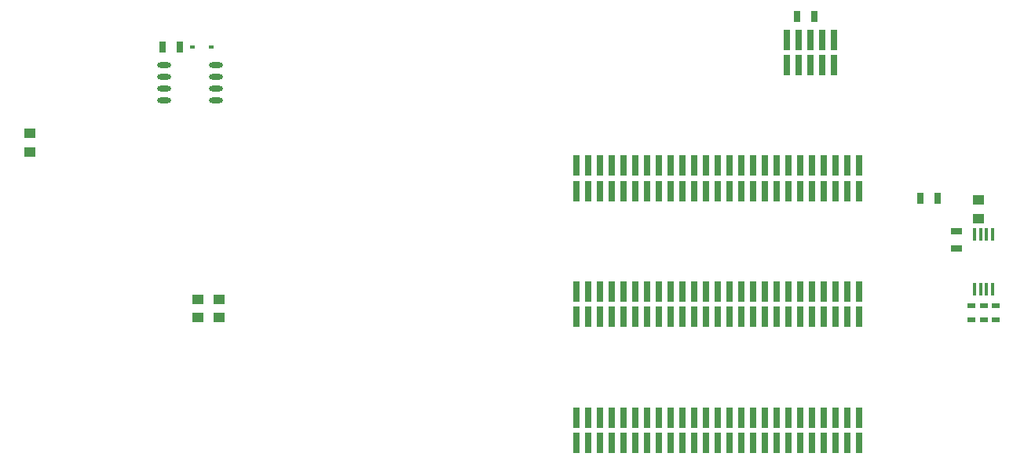
<source format=gtp>
G04 #@! TF.GenerationSoftware,KiCad,Pcbnew,5.1.9+dfsg1-1~bpo10+1*
G04 #@! TF.CreationDate,2021-11-09T02:57:50+00:00*
G04 #@! TF.ProjectId,dropbot-front-panel,64726f70-626f-4742-9d66-726f6e742d70,3.3*
G04 #@! TF.SameCoordinates,Original*
G04 #@! TF.FileFunction,Paste,Top*
G04 #@! TF.FilePolarity,Positive*
%FSLAX46Y46*%
G04 Gerber Fmt 4.6, Leading zero omitted, Abs format (unit mm)*
G04 Created by KiCad (PCBNEW 5.1.9+dfsg1-1~bpo10+1) date 2021-11-09 02:57:50*
%MOMM*%
%LPD*%
G01*
G04 APERTURE LIST*
%ADD10O,1.473200X0.609600*%
%ADD11R,0.700000X1.300000*%
%ADD12R,1.250000X1.000000*%
%ADD13R,0.736600X2.219960*%
%ADD14R,0.600000X0.450000*%
%ADD15R,1.300000X0.700000*%
%ADD16R,0.450000X1.450000*%
%ADD17R,0.900000X0.500000*%
G04 APERTURE END LIST*
D10*
X68594000Y-54005000D03*
X68594000Y-52735000D03*
X68594000Y-51465000D03*
X68594000Y-50195000D03*
X63006000Y-50195000D03*
X63006000Y-51465000D03*
X63006000Y-52735000D03*
X63006000Y-54005000D03*
D11*
X144550000Y-64600000D03*
X146450000Y-64600000D03*
X133150000Y-45000000D03*
X131250000Y-45000000D03*
D12*
X48600000Y-59600000D03*
X48600000Y-57600000D03*
X66700000Y-75500000D03*
X66700000Y-77500000D03*
X69000000Y-75500000D03*
X69000000Y-77500000D03*
D13*
X108768400Y-77412980D03*
X108768400Y-74685020D03*
X117658400Y-77412980D03*
X117658400Y-74685020D03*
X116388400Y-77412980D03*
X116388400Y-74685020D03*
X115118400Y-77412980D03*
X115118400Y-74685020D03*
X113848400Y-77412980D03*
X113848400Y-74685020D03*
X126548400Y-74685020D03*
X126548400Y-77412980D03*
X127818400Y-74685020D03*
X127818400Y-77412980D03*
X129088400Y-74685020D03*
X129088400Y-77412980D03*
X130358400Y-74685020D03*
X130358400Y-77412980D03*
X131628400Y-74685020D03*
X131628400Y-77412980D03*
X107498400Y-74685020D03*
X107498400Y-77412980D03*
X110038400Y-74685020D03*
X110038400Y-77412980D03*
X111308400Y-74685020D03*
X111308400Y-77412980D03*
X112578400Y-74685020D03*
X112578400Y-77412980D03*
X118928400Y-74685020D03*
X118928400Y-77412980D03*
X137978400Y-77412980D03*
X137978400Y-74685020D03*
X136708400Y-77412980D03*
X136708400Y-74685020D03*
X135438400Y-77412980D03*
X135438400Y-74685020D03*
X134168400Y-77412980D03*
X134168400Y-74685020D03*
X132898400Y-77412980D03*
X132898400Y-74685020D03*
X125278400Y-77412980D03*
X125278400Y-74685020D03*
X124008400Y-77412980D03*
X124008400Y-74685020D03*
X122738400Y-77412980D03*
X122738400Y-74685020D03*
X121468400Y-77412980D03*
X121468400Y-74685020D03*
X120198400Y-77412980D03*
X120198400Y-74685020D03*
X108768400Y-91012980D03*
X108768400Y-88285020D03*
X117658400Y-91012980D03*
X117658400Y-88285020D03*
X116388400Y-91012980D03*
X116388400Y-88285020D03*
X115118400Y-91012980D03*
X115118400Y-88285020D03*
X113848400Y-91012980D03*
X113848400Y-88285020D03*
X126548400Y-88285020D03*
X126548400Y-91012980D03*
X127818400Y-88285020D03*
X127818400Y-91012980D03*
X129088400Y-88285020D03*
X129088400Y-91012980D03*
X130358400Y-88285020D03*
X130358400Y-91012980D03*
X131628400Y-88285020D03*
X131628400Y-91012980D03*
X107498400Y-88285020D03*
X107498400Y-91012980D03*
X110038400Y-88285020D03*
X110038400Y-91012980D03*
X111308400Y-88285020D03*
X111308400Y-91012980D03*
X112578400Y-88285020D03*
X112578400Y-91012980D03*
X118928400Y-88285020D03*
X118928400Y-91012980D03*
X137978400Y-91012980D03*
X137978400Y-88285020D03*
X136708400Y-91012980D03*
X136708400Y-88285020D03*
X135438400Y-91012980D03*
X135438400Y-88285020D03*
X134168400Y-91012980D03*
X134168400Y-88285020D03*
X132898400Y-91012980D03*
X132898400Y-88285020D03*
X125278400Y-91012980D03*
X125278400Y-88285020D03*
X124008400Y-91012980D03*
X124008400Y-88285020D03*
X122738400Y-91012980D03*
X122738400Y-88285020D03*
X121468400Y-91012980D03*
X121468400Y-88285020D03*
X120198400Y-91012980D03*
X120198400Y-88285020D03*
D14*
X68150000Y-48300000D03*
X66050000Y-48300000D03*
D11*
X64750000Y-48300000D03*
X62850000Y-48300000D03*
D15*
X148500000Y-68150000D03*
X148500000Y-70050000D03*
D16*
X150425000Y-74450000D03*
X151075000Y-74450000D03*
X151725000Y-74450000D03*
X152375000Y-74450000D03*
X152375000Y-68550000D03*
X151725000Y-68550000D03*
X151075000Y-68550000D03*
X150425000Y-68550000D03*
D17*
X150100000Y-77750000D03*
X150100000Y-76250000D03*
X151400000Y-77750000D03*
X151400000Y-76250000D03*
X152700000Y-77750000D03*
X152700000Y-76250000D03*
D13*
X130198400Y-47485520D03*
X130198400Y-50213480D03*
X131468400Y-47485520D03*
X131468400Y-50213480D03*
X135278400Y-50213480D03*
X135278400Y-47485520D03*
X134008400Y-50213480D03*
X134008400Y-47485520D03*
X132738400Y-50213480D03*
X132738400Y-47485520D03*
D12*
X150800000Y-66800000D03*
X150800000Y-64800000D03*
D13*
X108768400Y-63812980D03*
X108768400Y-61085020D03*
X117658400Y-63812980D03*
X117658400Y-61085020D03*
X116388400Y-63812980D03*
X116388400Y-61085020D03*
X115118400Y-63812980D03*
X115118400Y-61085020D03*
X113848400Y-63812980D03*
X113848400Y-61085020D03*
X126548400Y-61085020D03*
X126548400Y-63812980D03*
X127818400Y-61085020D03*
X127818400Y-63812980D03*
X129088400Y-61085020D03*
X129088400Y-63812980D03*
X130358400Y-61085020D03*
X130358400Y-63812980D03*
X131628400Y-61085020D03*
X131628400Y-63812980D03*
X107498400Y-61085020D03*
X107498400Y-63812980D03*
X110038400Y-61085020D03*
X110038400Y-63812980D03*
X111308400Y-61085020D03*
X111308400Y-63812980D03*
X112578400Y-61085020D03*
X112578400Y-63812980D03*
X118928400Y-61085020D03*
X118928400Y-63812980D03*
X137978400Y-63812980D03*
X137978400Y-61085020D03*
X136708400Y-63812980D03*
X136708400Y-61085020D03*
X135438400Y-63812980D03*
X135438400Y-61085020D03*
X134168400Y-63812980D03*
X134168400Y-61085020D03*
X132898400Y-63812980D03*
X132898400Y-61085020D03*
X125278400Y-63812980D03*
X125278400Y-61085020D03*
X124008400Y-63812980D03*
X124008400Y-61085020D03*
X122738400Y-63812980D03*
X122738400Y-61085020D03*
X121468400Y-63812980D03*
X121468400Y-61085020D03*
X120198400Y-63812980D03*
X120198400Y-61085020D03*
M02*

</source>
